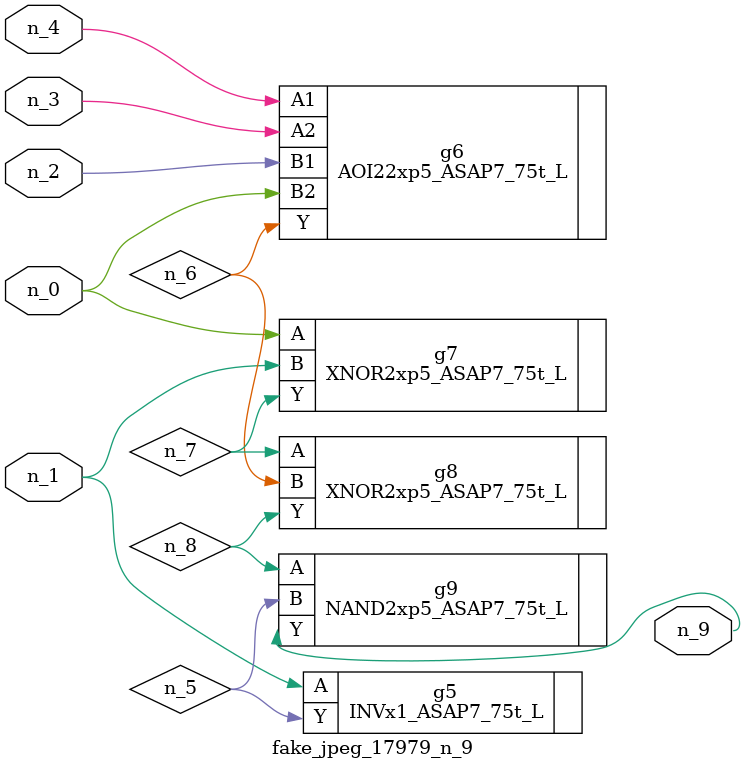
<source format=v>
module fake_jpeg_17979_n_9 (n_3, n_2, n_1, n_0, n_4, n_9);

input n_3;
input n_2;
input n_1;
input n_0;
input n_4;

output n_9;

wire n_8;
wire n_6;
wire n_5;
wire n_7;

INVx1_ASAP7_75t_L g5 ( 
.A(n_1),
.Y(n_5)
);

AOI22xp5_ASAP7_75t_L g6 ( 
.A1(n_4),
.A2(n_3),
.B1(n_2),
.B2(n_0),
.Y(n_6)
);

XNOR2xp5_ASAP7_75t_L g7 ( 
.A(n_0),
.B(n_1),
.Y(n_7)
);

XNOR2xp5_ASAP7_75t_L g8 ( 
.A(n_7),
.B(n_6),
.Y(n_8)
);

NAND2xp5_ASAP7_75t_L g9 ( 
.A(n_8),
.B(n_5),
.Y(n_9)
);


endmodule
</source>
